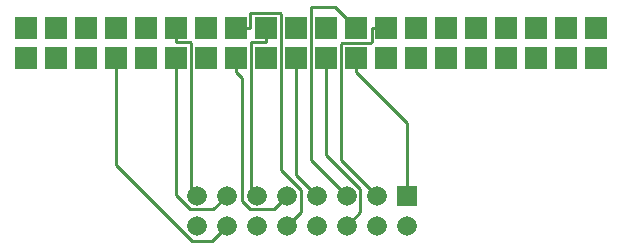
<source format=gbl>
G04 Layer: BottomLayer*
G04 EasyEDA v6.5.23, 2023-05-02 12:46:33*
G04 Gerber Generator version 0.2*
G04 Scale: 100 percent, Rotated: No, Reflected: No *
G04 Dimensions in millimeters *
G04 leading zeros omitted , absolute positions ,4 integer and 5 decimal *
%FSLAX45Y45*%
%MOMM*%

%ADD10C,0.2540*%
%ADD11R,1.8796X1.8796*%
%ADD12C,1.6637*%
%ADD13R,1.6637X1.6637*%

%LPD*%
D10*
X3543302Y7645400D02*
G01*
X3497430Y7691272D01*
X3497430Y8945727D01*
X3497557Y8945854D01*
X3619502Y8945854D01*
X4305300Y7645400D02*
G01*
X4005325Y7945373D01*
X4005325Y9245600D01*
X4203700Y9245600D01*
X4381500Y9067800D01*
X4559302Y7645400D02*
G01*
X4259430Y7945272D01*
X4259430Y8928480D01*
X4266821Y8935872D01*
X4503574Y8935872D01*
X4513557Y8945854D01*
X4513557Y9067800D01*
X4635502Y9067800D02*
G01*
X4513557Y9067800D01*
X4813302Y7645400D02*
G01*
X4813302Y8260054D01*
X4381502Y8691854D01*
X4381502Y8813800D02*
G01*
X4381502Y8691854D01*
X4305302Y7391400D02*
G01*
X4418865Y7504963D01*
X4418865Y7699578D01*
X4127502Y7990941D01*
X4127502Y8813800D01*
X4051302Y7645400D02*
G01*
X3873502Y7823200D01*
X3873502Y8813800D01*
X3619502Y9067800D02*
G01*
X3619502Y8945854D01*
X3797302Y7391400D02*
G01*
X3915590Y7509687D01*
X3915590Y7690358D01*
X3746502Y7859445D01*
X3746502Y9182480D01*
X3739111Y9189872D01*
X3487574Y9189872D01*
X3487447Y9189745D01*
X3487447Y9067800D01*
X3365502Y9067800D02*
G01*
X3487447Y9067800D01*
X3797302Y7645400D02*
G01*
X3686025Y7534122D01*
X3486228Y7534122D01*
X3416302Y7604048D01*
X3416302Y8641054D01*
X3365502Y8691854D01*
X3365502Y8813800D02*
G01*
X3365502Y8691854D01*
X3035302Y7645400D02*
G01*
X2989430Y7691272D01*
X2989430Y8935872D01*
X2979447Y8945854D01*
X2857502Y8945854D01*
X2857502Y9067800D02*
G01*
X2857502Y8945854D01*
X3289302Y7645400D02*
G01*
X3175739Y7531836D01*
X2980438Y7531836D01*
X2857502Y7654772D01*
X2857502Y8813800D01*
X3289302Y7391400D02*
G01*
X3163724Y7265822D01*
X2991563Y7265822D01*
X2349502Y7907883D01*
X2349502Y8813800D01*
D11*
G01*
X1587500Y8813800D03*
G01*
X1587500Y9067800D03*
G01*
X1841500Y8813800D03*
G01*
X1841500Y9067800D03*
G01*
X2095500Y8813800D03*
G01*
X2095500Y9067800D03*
G01*
X2349500Y8813800D03*
G01*
X2349500Y9067800D03*
G01*
X2603500Y8813800D03*
G01*
X2603500Y9067800D03*
G01*
X2857500Y8813800D03*
G01*
X2857500Y9067800D03*
G01*
X3111500Y8813800D03*
G01*
X3111500Y9067800D03*
G01*
X3365500Y8813800D03*
G01*
X3365500Y9067800D03*
G01*
X3619500Y8813800D03*
G01*
X3619500Y9067800D03*
G01*
X3873500Y8813800D03*
G01*
X3873500Y9067800D03*
G01*
X4127500Y8813800D03*
G01*
X4127500Y9067800D03*
G01*
X4381500Y8813800D03*
G01*
X4381500Y9067800D03*
G01*
X4635500Y8813800D03*
G01*
X4635500Y9067800D03*
G01*
X4889500Y8813800D03*
G01*
X4889500Y9067800D03*
G01*
X5143500Y8813800D03*
G01*
X5143500Y9067800D03*
G01*
X5397500Y8813800D03*
G01*
X5397500Y9067800D03*
G01*
X5651500Y8813800D03*
G01*
X5651500Y9067800D03*
G01*
X5905500Y8813800D03*
G01*
X5905500Y9067800D03*
G01*
X6159500Y8813800D03*
G01*
X6159500Y9067800D03*
G01*
X6413500Y8813800D03*
G01*
X6413500Y9067800D03*
D12*
G01*
X3289300Y7391400D03*
G01*
X3289300Y7645400D03*
G01*
X3797300Y7391400D03*
G01*
X3797300Y7645400D03*
G01*
X4051300Y7391400D03*
G01*
X4051300Y7645400D03*
G01*
X4305300Y7391400D03*
G01*
X4305300Y7645400D03*
G01*
X4559300Y7391400D03*
G01*
X4559300Y7645400D03*
G01*
X3035300Y7391400D03*
G01*
X3035300Y7645400D03*
G01*
X3543300Y7391400D03*
G01*
X3543300Y7645400D03*
G01*
X4813300Y7391400D03*
D13*
G01*
X4813300Y7645400D03*
M02*

</source>
